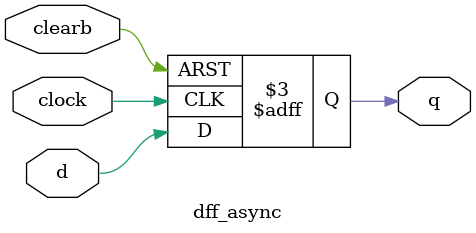
<source format=v>
module dff_async(d, clearb, clock, q);
    input d, clearb, clock;
    output q;
    reg q;

    always @ (negedge clearb or posedge clock)
        begin
            if (!clearb) q <= 1'b0;
            else q <= d;
        end
endmodule
</source>
